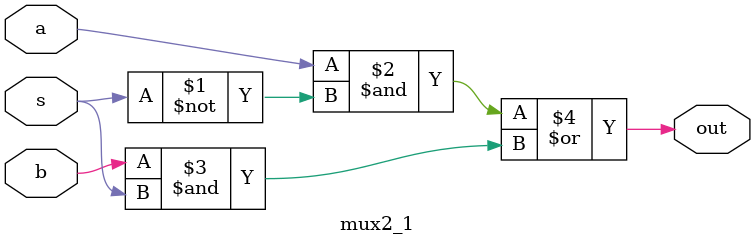
<source format=v>
module mux2_1(a, b, s, out);
	input a, b, s;
	output out;

	assign out = (a & ~s) | (b & s);

endmodule

</source>
